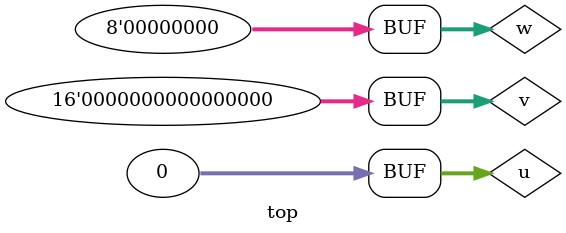
<source format=v>
module mod #(
    parameter STR = "",
    parameter T = 1
);
    initial begin
        $display("%s $bits(T) = %0d", STR, T);
        $display("%s WIDTH = %0d", STR, 32);
        $display("%s $bits(WIDTH_T) = %0d", STR, 32);
        $display("%s $bits(OTHER_T) = %0d", STR, 2 * T);
    end
endmodule

module top;
    `define TEST(x, w) \
        wire [w-1:0] x; \
        assign x = 0; \
        mod #(`"x`", w) m``x();
    `TEST(w, 8)
    `TEST(v, 16)
    `TEST(u, 32)
    mod #("t") mt();
endmodule

</source>
